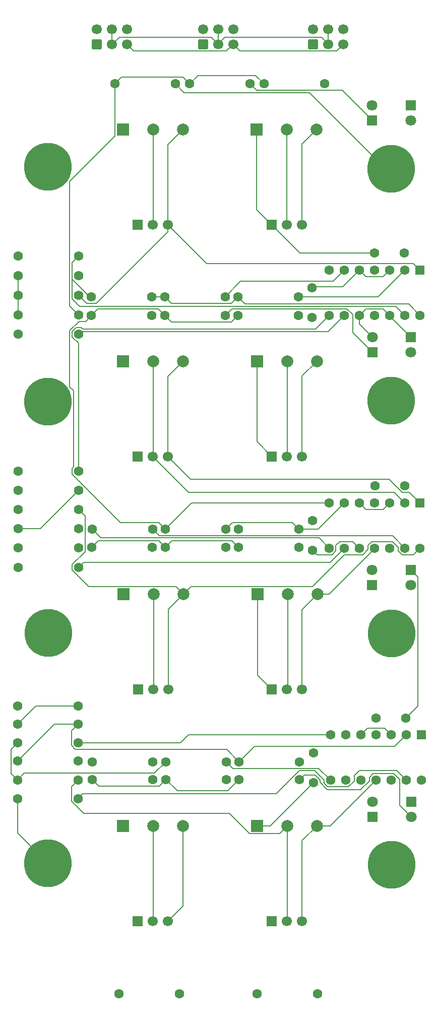
<source format=gbr>
%TF.GenerationSoftware,KiCad,Pcbnew,9.0.7*%
%TF.CreationDate,2026-02-08T19:18:27+11:00*%
%TF.ProjectId,attenuverter,61747465-6e75-4766-9572-7465722e6b69,rev?*%
%TF.SameCoordinates,Original*%
%TF.FileFunction,Copper,L1,Top*%
%TF.FilePolarity,Positive*%
%FSLAX46Y46*%
G04 Gerber Fmt 4.6, Leading zero omitted, Abs format (unit mm)*
G04 Created by KiCad (PCBNEW 9.0.7) date 2026-02-08 19:18:27*
%MOMM*%
%LPD*%
G01*
G04 APERTURE LIST*
G04 Aperture macros list*
%AMRoundRect*
0 Rectangle with rounded corners*
0 $1 Rounding radius*
0 $2 $3 $4 $5 $6 $7 $8 $9 X,Y pos of 4 corners*
0 Add a 4 corners polygon primitive as box body*
4,1,4,$2,$3,$4,$5,$6,$7,$8,$9,$2,$3,0*
0 Add four circle primitives for the rounded corners*
1,1,$1+$1,$2,$3*
1,1,$1+$1,$4,$5*
1,1,$1+$1,$6,$7*
1,1,$1+$1,$8,$9*
0 Add four rect primitives between the rounded corners*
20,1,$1+$1,$2,$3,$4,$5,0*
20,1,$1+$1,$4,$5,$6,$7,0*
20,1,$1+$1,$6,$7,$8,$9,0*
20,1,$1+$1,$8,$9,$2,$3,0*%
G04 Aperture macros list end*
%TA.AperFunction,ComponentPad*%
%ADD10C,1.600000*%
%TD*%
%TA.AperFunction,ComponentPad*%
%ADD11R,2.000000X2.000000*%
%TD*%
%TA.AperFunction,ComponentPad*%
%ADD12C,2.000000*%
%TD*%
%TA.AperFunction,ComponentPad*%
%ADD13R,1.800000X1.800000*%
%TD*%
%TA.AperFunction,ComponentPad*%
%ADD14C,1.800000*%
%TD*%
%TA.AperFunction,ComponentPad*%
%ADD15RoundRect,0.250000X-0.550000X0.550000X-0.550000X-0.550000X0.550000X-0.550000X0.550000X0.550000X0*%
%TD*%
%TA.AperFunction,ComponentPad*%
%ADD16RoundRect,0.250000X0.600000X-0.600000X0.600000X0.600000X-0.600000X0.600000X-0.600000X-0.600000X0*%
%TD*%
%TA.AperFunction,ComponentPad*%
%ADD17C,1.700000*%
%TD*%
%TA.AperFunction,ComponentPad*%
%ADD18C,8.000000*%
%TD*%
%TA.AperFunction,ComponentPad*%
%ADD19R,1.700000X1.700000*%
%TD*%
%TA.AperFunction,Conductor*%
%ADD20C,0.200000*%
%TD*%
G04 APERTURE END LIST*
D10*
%TO.P,R18,1*%
%TO.N,Net-(J13-Pin_3)*%
X32480000Y-102800000D03*
%TO.P,R18,2*%
%TO.N,Net-(U3A--)*%
X22320000Y-102800000D03*
%TD*%
D11*
%TO.P,J10,1,Pin_1*%
%TO.N,12V*%
X62428400Y-77900000D03*
D12*
%TO.P,J10,2,Pin_2*%
%TO.N,Net-(J10-Pin_2)*%
X67508400Y-77900000D03*
%TO.P,J10,3,Pin_3*%
%TO.N,-12V*%
X72508400Y-77900000D03*
%TD*%
D10*
%TO.P,R16,1*%
%TO.N,Net-(U2C--)*%
X22200000Y-135800000D03*
%TO.P,R16,2*%
%TO.N,Net-(R16-Pad2)*%
X32360000Y-135800000D03*
%TD*%
%TO.P,C6,1*%
%TO.N,-12V*%
X82400000Y-137900000D03*
%TO.P,C6,2*%
%TO.N,GND*%
X87400000Y-137900000D03*
%TD*%
%TO.P,R7,1*%
%TO.N,Net-(U1B--)*%
X22300000Y-70100000D03*
%TO.P,R7,2*%
%TO.N,Net-(R29-Pad1)*%
X32460000Y-70100000D03*
%TD*%
%TO.P,R26,1*%
%TO.N,Net-(R23-Pad2)*%
X72580000Y-184200000D03*
%TO.P,R26,2*%
%TO.N,Net-(U3B--)*%
X62420000Y-184200000D03*
%TD*%
%TO.P,R27,1*%
%TO.N,Net-(U3B--)*%
X22220000Y-148255600D03*
%TO.P,R27,2*%
%TO.N,Net-(J18-Pin_2)*%
X32380000Y-148255600D03*
%TD*%
%TO.P,R5,1*%
%TO.N,Net-(U1B--)*%
X22300000Y-63500000D03*
%TO.P,R5,2*%
%TO.N,Net-(J6-Pin_2)*%
X32460000Y-63500000D03*
%TD*%
%TO.P,R13,1*%
%TO.N,Net-(U2B--)*%
X69500000Y-106100000D03*
%TO.P,R13,2*%
%TO.N,Net-(J10-Pin_2)*%
X59340000Y-106100000D03*
%TD*%
%TO.P,R20,1*%
%TO.N,Net-(U3A--)*%
X59440000Y-145200000D03*
%TO.P,R20,2*%
%TO.N,Net-(J14-Pin_2)*%
X69600000Y-145200000D03*
%TD*%
D13*
%TO.P,D1,1,K*%
%TO.N,GND*%
X88236400Y-34899681D03*
D14*
%TO.P,D1,2,A*%
%TO.N,Net-(D1-A)*%
X88236400Y-37439681D03*
%TD*%
D10*
%TO.P,C1,1*%
%TO.N,GND*%
X87200000Y-59700000D03*
%TO.P,C1,2*%
%TO.N,12V*%
X82200000Y-59700000D03*
%TD*%
%TO.P,R19,1*%
%TO.N,Net-(R16-Pad2)*%
X22200000Y-138900000D03*
%TO.P,R19,2*%
%TO.N,Net-(U3A--)*%
X32360000Y-138900000D03*
%TD*%
D15*
%TO.P,U2,1*%
%TO.N,Net-(J9-Pin_3)*%
X89840000Y-101680000D03*
D10*
%TO.P,U2,2,-*%
%TO.N,Net-(J9-Pin_2)*%
X87300000Y-101680000D03*
%TO.P,U2,3,+*%
%TO.N,GND*%
X84760000Y-101680000D03*
%TO.P,U2,4,V+*%
%TO.N,12V*%
X82220000Y-101680000D03*
%TO.P,U2,5,+*%
%TO.N,GND*%
X79680000Y-101680000D03*
%TO.P,U2,6,-*%
%TO.N,Net-(U2B--)*%
X77140000Y-101680000D03*
%TO.P,U2,7*%
%TO.N,Net-(R14-Pad2)*%
X74600000Y-101680000D03*
%TO.P,U2,8*%
%TO.N,Net-(R16-Pad2)*%
X74600000Y-109300000D03*
%TO.P,U2,9,-*%
%TO.N,Net-(U2C--)*%
X77140000Y-109300000D03*
%TO.P,U2,10,+*%
%TO.N,GND*%
X79680000Y-109300000D03*
%TO.P,U2,11,V-*%
%TO.N,-12V*%
X82220000Y-109300000D03*
%TO.P,U2,12,+*%
%TO.N,GND*%
X84760000Y-109300000D03*
%TO.P,U2,13,-*%
%TO.N,Net-(J13-Pin_2)*%
X87300000Y-109300000D03*
%TO.P,U2,14*%
%TO.N,Net-(J13-Pin_3)*%
X89840000Y-109300000D03*
%TD*%
%TO.P,R23,1*%
%TO.N,Net-(U3D--)*%
X39240000Y-184200000D03*
%TO.P,R23,2*%
%TO.N,Net-(R23-Pad2)*%
X49400000Y-184200000D03*
%TD*%
D13*
%TO.P,D7,1,K*%
%TO.N,GND*%
X88330800Y-151894000D03*
D14*
%TO.P,D7,2,A*%
%TO.N,Net-(D7-A)*%
X88330800Y-154434000D03*
%TD*%
D13*
%TO.P,D8,1,K*%
%TO.N,Net-(D8-K)*%
X81828400Y-154439000D03*
D14*
%TO.P,D8,2,A*%
%TO.N,GND*%
X81828400Y-151899000D03*
%TD*%
D10*
%TO.P,R39,1*%
%TO.N,Net-(R28-Pad2)*%
X47140000Y-148200000D03*
%TO.P,R39,2*%
%TO.N,Net-(D8-K)*%
X57300000Y-148200000D03*
%TD*%
D16*
%TO.P,J2,1,Pin_1*%
%TO.N,12V*%
X53386000Y-24646800D03*
D17*
%TO.P,J2,2,Pin_2*%
%TO.N,-12V*%
X53386000Y-22106800D03*
%TO.P,J2,3,Pin_3*%
%TO.N,GND*%
X55926000Y-24646800D03*
%TO.P,J2,4,Pin_4*%
X55926000Y-22106800D03*
%TO.P,J2,5,Pin_5*%
%TO.N,5V*%
X58466000Y-24646800D03*
%TO.P,J2,6,Pin_6*%
%TO.N,unconnected-(J2-Pin_6-Pad6)*%
X58466000Y-22106800D03*
%TD*%
D18*
%TO.P,J19,1,Pin_1*%
%TO.N,Net-(J19-Pin_1)*%
X85079600Y-162536138D03*
%TD*%
D10*
%TO.P,R6,1*%
%TO.N,Net-(R2-Pad2)*%
X46920000Y-67100000D03*
%TO.P,R6,2*%
%TO.N,Net-(U1B--)*%
X57080000Y-67100000D03*
%TD*%
%TO.P,R22,1*%
%TO.N,Net-(J16-Pin_1)*%
X22200000Y-151386000D03*
%TO.P,R22,2*%
%TO.N,Net-(U3D--)*%
X32360000Y-151386000D03*
%TD*%
D19*
%TO.P,RV4,1,1*%
%TO.N,12V*%
X64928400Y-93900000D03*
D17*
%TO.P,RV4,2,2*%
%TO.N,Net-(J10-Pin_2)*%
X67468400Y-93900000D03*
%TO.P,RV4,3,3*%
%TO.N,-12V*%
X70008400Y-93900000D03*
%TD*%
D10*
%TO.P,C3,1*%
%TO.N,GND*%
X71800000Y-109700000D03*
%TO.P,C3,2*%
%TO.N,12V*%
X71800000Y-104700000D03*
%TD*%
D18*
%TO.P,J15,1,Pin_1*%
%TO.N,Net-(J15-Pin_1)*%
X85048109Y-123652826D03*
%TD*%
D10*
%TO.P,R32,1*%
%TO.N,Net-(D3-A)*%
X69400000Y-70200000D03*
%TO.P,R32,2*%
%TO.N,Net-(R14-Pad2)*%
X59240000Y-70200000D03*
%TD*%
D16*
%TO.P,J1,1,Pin_1*%
%TO.N,12V*%
X35560000Y-24700000D03*
D17*
%TO.P,J1,2,Pin_2*%
%TO.N,-12V*%
X35560000Y-22160000D03*
%TO.P,J1,3,Pin_3*%
%TO.N,GND*%
X38100000Y-24700000D03*
%TO.P,J1,4,Pin_4*%
X38100000Y-22160000D03*
%TO.P,J1,5,Pin_5*%
%TO.N,5V*%
X40640000Y-24700000D03*
%TO.P,J1,6,Pin_6*%
%TO.N,unconnected-(J1-Pin_6-Pad6)*%
X40640000Y-22160000D03*
%TD*%
D18*
%TO.P,J7,1,Pin_1*%
%TO.N,Net-(J7-Pin_1)*%
X85007313Y-45573630D03*
%TD*%
D10*
%TO.P,R2,1*%
%TO.N,Net-(U1D--)*%
X34640000Y-67100000D03*
%TO.P,R2,2*%
%TO.N,Net-(R2-Pad2)*%
X44800000Y-67100000D03*
%TD*%
D13*
%TO.P,D4,1,K*%
%TO.N,Net-(D4-K)*%
X81806800Y-76380800D03*
D14*
%TO.P,D4,2,A*%
%TO.N,GND*%
X81806800Y-73840800D03*
%TD*%
D18*
%TO.P,J16,1,Pin_1*%
%TO.N,Net-(J16-Pin_1)*%
X27320000Y-162282138D03*
%TD*%
D15*
%TO.P,U1,1*%
%TO.N,Net-(J5-Pin_3)*%
X89815000Y-62590000D03*
D10*
%TO.P,U1,2,-*%
%TO.N,Net-(J5-Pin_2)*%
X87275000Y-62590000D03*
%TO.P,U1,3,+*%
%TO.N,GND*%
X84735000Y-62590000D03*
%TO.P,U1,4,V+*%
%TO.N,12V*%
X82195000Y-62590000D03*
%TO.P,U1,5,+*%
%TO.N,GND*%
X79655000Y-62590000D03*
%TO.P,U1,6,-*%
%TO.N,Net-(U1B--)*%
X77115000Y-62590000D03*
%TO.P,U1,7*%
%TO.N,Net-(R29-Pad1)*%
X74575000Y-62590000D03*
%TO.P,U1,8*%
%TO.N,Net-(R10-Pad1)*%
X74575000Y-70210000D03*
%TO.P,U1,9,-*%
%TO.N,Net-(U1C--)*%
X77115000Y-70210000D03*
%TO.P,U1,10,+*%
%TO.N,GND*%
X79655000Y-70210000D03*
%TO.P,U1,11,V-*%
%TO.N,-12V*%
X82195000Y-70210000D03*
%TO.P,U1,12,+*%
%TO.N,GND*%
X84735000Y-70210000D03*
%TO.P,U1,13,-*%
%TO.N,Net-(U1D--)*%
X87275000Y-70210000D03*
%TO.P,U1,14*%
%TO.N,Net-(R2-Pad2)*%
X89815000Y-70210000D03*
%TD*%
D19*
%TO.P,RV5,1,1*%
%TO.N,unconnected-(RV5-Pad1)*%
X42478400Y-133055600D03*
D17*
%TO.P,RV5,2,2*%
%TO.N,Net-(J13-Pin_2)*%
X45018400Y-133055600D03*
%TO.P,RV5,3,3*%
%TO.N,Net-(J13-Pin_3)*%
X47558400Y-133055600D03*
%TD*%
D10*
%TO.P,R30,1*%
%TO.N,Net-(D1-A)*%
X73780000Y-31300000D03*
%TO.P,R30,2*%
%TO.N,Net-(R29-Pad1)*%
X63620000Y-31300000D03*
%TD*%
D11*
%TO.P,J18,1,Pin_1*%
%TO.N,12V*%
X62450000Y-155955600D03*
D12*
%TO.P,J18,2,Pin_2*%
%TO.N,Net-(J18-Pin_2)*%
X67530000Y-155955600D03*
%TO.P,J18,3,Pin_3*%
%TO.N,-12V*%
X72530000Y-155955600D03*
%TD*%
D10*
%TO.P,R38,1*%
%TO.N,Net-(D7-A)*%
X69600000Y-148200000D03*
%TO.P,R38,2*%
%TO.N,Net-(R28-Pad2)*%
X59440000Y-148200000D03*
%TD*%
%TO.P,R11,1*%
%TO.N,Net-(J9-Pin_3)*%
X32480000Y-106000000D03*
%TO.P,R11,2*%
%TO.N,Net-(U2B--)*%
X22320000Y-106000000D03*
%TD*%
D19*
%TO.P,RV8,1,1*%
%TO.N,12V*%
X64950000Y-171955600D03*
D17*
%TO.P,RV8,2,2*%
%TO.N,Net-(J18-Pin_2)*%
X67490000Y-171955600D03*
%TO.P,RV8,3,3*%
%TO.N,-12V*%
X70030000Y-171955600D03*
%TD*%
D16*
%TO.P,J3,1,Pin_1*%
%TO.N,12V*%
X71860000Y-24646800D03*
D17*
%TO.P,J3,2,Pin_2*%
%TO.N,-12V*%
X71860000Y-22106800D03*
%TO.P,J3,3,Pin_3*%
%TO.N,GND*%
X74400000Y-24646800D03*
%TO.P,J3,4,Pin_4*%
X74400000Y-22106800D03*
%TO.P,J3,5,Pin_5*%
%TO.N,5V*%
X76940000Y-24646800D03*
%TO.P,J3,6,Pin_6*%
%TO.N,unconnected-(J3-Pin_6-Pad6)*%
X76940000Y-22106800D03*
%TD*%
D19*
%TO.P,RV6,1,1*%
%TO.N,12V*%
X64918400Y-133055600D03*
D17*
%TO.P,RV6,2,2*%
%TO.N,Net-(J14-Pin_2)*%
X67458400Y-133055600D03*
%TO.P,RV6,3,3*%
%TO.N,-12V*%
X69998400Y-133055600D03*
%TD*%
D18*
%TO.P,J8,1,Pin_1*%
%TO.N,Net-(J8-Pin_1)*%
X27349200Y-84661200D03*
%TD*%
D10*
%TO.P,R9,1*%
%TO.N,Net-(U1C--)*%
X22300000Y-96400000D03*
%TO.P,R9,2*%
%TO.N,Net-(R10-Pad1)*%
X32460000Y-96400000D03*
%TD*%
D18*
%TO.P,J4,1,Pin_1*%
%TO.N,Net-(J4-Pin_1)*%
X27276400Y-45270648D03*
%TD*%
D11*
%TO.P,J14,1,Pin_1*%
%TO.N,12V*%
X62518400Y-117055600D03*
D12*
%TO.P,J14,2,Pin_2*%
%TO.N,Net-(J14-Pin_2)*%
X67598400Y-117055600D03*
%TO.P,J14,3,Pin_3*%
%TO.N,-12V*%
X72598400Y-117055600D03*
%TD*%
D10*
%TO.P,R33,1*%
%TO.N,Net-(R14-Pad2)*%
X46940000Y-70200000D03*
%TO.P,R33,2*%
%TO.N,Net-(D4-K)*%
X57100000Y-70200000D03*
%TD*%
D15*
%TO.P,U3,1*%
%TO.N,Net-(R21-Pad2)*%
X90015000Y-140690000D03*
D10*
%TO.P,U3,2,-*%
%TO.N,Net-(U3A--)*%
X87475000Y-140690000D03*
%TO.P,U3,3,+*%
%TO.N,GND*%
X84935000Y-140690000D03*
%TO.P,U3,4,V+*%
%TO.N,12V*%
X82395000Y-140690000D03*
%TO.P,U3,5,+*%
%TO.N,GND*%
X79855000Y-140690000D03*
%TO.P,U3,6,-*%
%TO.N,Net-(U3B--)*%
X77315000Y-140690000D03*
%TO.P,U3,7*%
%TO.N,Net-(R28-Pad2)*%
X74775000Y-140690000D03*
%TO.P,U3,8*%
%TO.N,Net-(J17-Pin_3)*%
X74775000Y-148310000D03*
%TO.P,U3,9,-*%
%TO.N,Net-(J17-Pin_2)*%
X77315000Y-148310000D03*
%TO.P,U3,10,+*%
%TO.N,GND*%
X79855000Y-148310000D03*
%TO.P,U3,11,V-*%
%TO.N,-12V*%
X82395000Y-148310000D03*
%TO.P,U3,12,+*%
%TO.N,GND*%
X84935000Y-148310000D03*
%TO.P,U3,13,-*%
%TO.N,Net-(U3D--)*%
X87475000Y-148310000D03*
%TO.P,U3,14*%
%TO.N,Net-(R23-Pad2)*%
X90015000Y-148310000D03*
%TD*%
%TO.P,R24,1*%
%TO.N,Net-(R23-Pad2)*%
X34800000Y-145200000D03*
%TO.P,R24,2*%
%TO.N,Net-(J17-Pin_2)*%
X44960000Y-145200000D03*
%TD*%
%TO.P,R31,1*%
%TO.N,Net-(J7-Pin_1)*%
X48700000Y-31300000D03*
%TO.P,R31,2*%
%TO.N,Net-(R29-Pad1)*%
X38540000Y-31300000D03*
%TD*%
D11*
%TO.P,J5,1,Pin_1*%
%TO.N,unconnected-(J5-Pin_1-Pad1)*%
X39906400Y-38965448D03*
D12*
%TO.P,J5,2,Pin_2*%
%TO.N,Net-(J5-Pin_2)*%
X44986400Y-38965448D03*
%TO.P,J5,3,Pin_3*%
%TO.N,Net-(J5-Pin_3)*%
X49986400Y-38965448D03*
%TD*%
D19*
%TO.P,RV1,1,1*%
%TO.N,unconnected-(RV1-Pad1)*%
X42366400Y-54965448D03*
D17*
%TO.P,RV1,2,2*%
%TO.N,Net-(J5-Pin_2)*%
X44906400Y-54965448D03*
%TO.P,RV1,3,3*%
%TO.N,Net-(J5-Pin_3)*%
X47446400Y-54965448D03*
%TD*%
D10*
%TO.P,R29,1*%
%TO.N,Net-(R29-Pad1)*%
X51120000Y-31300000D03*
%TO.P,R29,2*%
%TO.N,Net-(D2-K)*%
X61280000Y-31300000D03*
%TD*%
%TO.P,R10,1*%
%TO.N,Net-(R10-Pad1)*%
X22340000Y-109255600D03*
%TO.P,R10,2*%
%TO.N,Net-(J9-Pin_2)*%
X32500000Y-109255600D03*
%TD*%
%TO.P,R8,1*%
%TO.N,Net-(J8-Pin_1)*%
X22320000Y-73383600D03*
%TO.P,R8,2*%
%TO.N,Net-(U1C--)*%
X32480000Y-73383600D03*
%TD*%
%TO.P,R25,1*%
%TO.N,Net-(J17-Pin_3)*%
X57280000Y-145200000D03*
%TO.P,R25,2*%
%TO.N,Net-(U3B--)*%
X47120000Y-145200000D03*
%TD*%
%TO.P,R3,1*%
%TO.N,Net-(R2-Pad2)*%
X59240000Y-67100000D03*
%TO.P,R3,2*%
%TO.N,Net-(J5-Pin_2)*%
X69400000Y-67100000D03*
%TD*%
D19*
%TO.P,RV7,1,1*%
%TO.N,unconnected-(RV7-Pad1)*%
X42410000Y-171955600D03*
D17*
%TO.P,RV7,2,2*%
%TO.N,Net-(J17-Pin_2)*%
X44950000Y-171955600D03*
%TO.P,RV7,3,3*%
%TO.N,Net-(J17-Pin_3)*%
X47490000Y-171955600D03*
%TD*%
D10*
%TO.P,R17,1*%
%TO.N,Net-(R16-Pad2)*%
X34740000Y-106100000D03*
%TO.P,R17,2*%
%TO.N,Net-(J13-Pin_2)*%
X44900000Y-106100000D03*
%TD*%
%TO.P,R12,1*%
%TO.N,Net-(R10-Pad1)*%
X22300000Y-99600000D03*
%TO.P,R12,2*%
%TO.N,Net-(U2B--)*%
X32460000Y-99600000D03*
%TD*%
D19*
%TO.P,RV2,1,1*%
%TO.N,12V*%
X64906400Y-54965448D03*
D17*
%TO.P,RV2,2,2*%
%TO.N,Net-(J6-Pin_2)*%
X67446400Y-54965448D03*
%TO.P,RV2,3,3*%
%TO.N,-12V*%
X69986400Y-54965448D03*
%TD*%
D10*
%TO.P,C2,1*%
%TO.N,-12V*%
X71700000Y-70600000D03*
%TO.P,C2,2*%
%TO.N,GND*%
X71700000Y-65600000D03*
%TD*%
%TO.P,R21,1*%
%TO.N,Net-(U3A--)*%
X22220000Y-145100000D03*
%TO.P,R21,2*%
%TO.N,Net-(R21-Pad2)*%
X32380000Y-145100000D03*
%TD*%
%TO.P,R4,1*%
%TO.N,Net-(J5-Pin_3)*%
X32460000Y-66800000D03*
%TO.P,R4,2*%
%TO.N,Net-(U1B--)*%
X22300000Y-66800000D03*
%TD*%
%TO.P,C5,1*%
%TO.N,GND*%
X71900000Y-143700000D03*
%TO.P,C5,2*%
%TO.N,12V*%
X71900000Y-148700000D03*
%TD*%
%TO.P,R40,1*%
%TO.N,Net-(J19-Pin_1)*%
X44960000Y-148200000D03*
%TO.P,R40,2*%
%TO.N,Net-(R28-Pad2)*%
X34800000Y-148200000D03*
%TD*%
%TO.P,R34,1*%
%TO.N,Net-(J11-Pin_1)*%
X44800000Y-70200000D03*
%TO.P,R34,2*%
%TO.N,Net-(R14-Pad2)*%
X34640000Y-70200000D03*
%TD*%
%TO.P,R36,1*%
%TO.N,Net-(R21-Pad2)*%
X47040000Y-109200000D03*
%TO.P,R36,2*%
%TO.N,Net-(D6-K)*%
X57200000Y-109200000D03*
%TD*%
%TO.P,R1,1*%
%TO.N,Net-(J4-Pin_1)*%
X22320000Y-60200000D03*
%TO.P,R1,2*%
%TO.N,Net-(U1D--)*%
X32480000Y-60200000D03*
%TD*%
D18*
%TO.P,J11,1,Pin_1*%
%TO.N,Net-(J11-Pin_1)*%
X85007200Y-84559600D03*
%TD*%
D10*
%TO.P,R15,1*%
%TO.N,Net-(J12-Pin_1)*%
X22359200Y-112538000D03*
%TO.P,R15,2*%
%TO.N,Net-(U2C--)*%
X32519200Y-112538000D03*
%TD*%
%TO.P,R35,1*%
%TO.N,Net-(D5-A)*%
X69480000Y-109200000D03*
%TO.P,R35,2*%
%TO.N,Net-(R21-Pad2)*%
X59320000Y-109200000D03*
%TD*%
%TO.P,R37,1*%
%TO.N,Net-(J15-Pin_1)*%
X44880000Y-109200000D03*
%TO.P,R37,2*%
%TO.N,Net-(R21-Pad2)*%
X34720000Y-109200000D03*
%TD*%
D11*
%TO.P,J13,1,Pin_1*%
%TO.N,unconnected-(J13-Pin_1-Pad1)*%
X40018400Y-117055600D03*
D12*
%TO.P,J13,2,Pin_2*%
%TO.N,Net-(J13-Pin_2)*%
X45098400Y-117055600D03*
%TO.P,J13,3,Pin_3*%
%TO.N,Net-(J13-Pin_3)*%
X50098400Y-117055600D03*
%TD*%
D18*
%TO.P,J12,1,Pin_1*%
%TO.N,Net-(J12-Pin_1)*%
X27439200Y-123561600D03*
%TD*%
D10*
%TO.P,C4,1*%
%TO.N,-12V*%
X82300000Y-98800000D03*
%TO.P,C4,2*%
%TO.N,GND*%
X87300000Y-98800000D03*
%TD*%
D19*
%TO.P,RV3,1,1*%
%TO.N,unconnected-(RV3-Pad1)*%
X42388400Y-93900000D03*
D17*
%TO.P,RV3,2,2*%
%TO.N,Net-(J9-Pin_2)*%
X44928400Y-93900000D03*
%TO.P,RV3,3,3*%
%TO.N,Net-(J9-Pin_3)*%
X47468400Y-93900000D03*
%TD*%
D11*
%TO.P,J9,1,Pin_1*%
%TO.N,unconnected-(J9-Pin_1-Pad1)*%
X39928400Y-77900000D03*
D12*
%TO.P,J9,2,Pin_2*%
%TO.N,Net-(J9-Pin_2)*%
X45008400Y-77900000D03*
%TO.P,J9,3,Pin_3*%
%TO.N,Net-(J9-Pin_3)*%
X50008400Y-77900000D03*
%TD*%
D11*
%TO.P,J6,1,Pin_1*%
%TO.N,12V*%
X62406400Y-38965448D03*
D12*
%TO.P,J6,2,Pin_2*%
%TO.N,Net-(J6-Pin_2)*%
X67486400Y-38965448D03*
%TO.P,J6,3,Pin_3*%
%TO.N,-12V*%
X72486400Y-38965448D03*
%TD*%
D11*
%TO.P,J17,1,Pin_1*%
%TO.N,unconnected-(J17-Pin_1-Pad1)*%
X39950000Y-155955600D03*
D12*
%TO.P,J17,2,Pin_2*%
%TO.N,Net-(J17-Pin_2)*%
X45030000Y-155955600D03*
%TO.P,J17,3,Pin_3*%
%TO.N,Net-(J17-Pin_3)*%
X50030000Y-155955600D03*
%TD*%
D13*
%TO.P,D5,1,K*%
%TO.N,GND*%
X88275126Y-112995200D03*
D14*
%TO.P,D5,2,A*%
%TO.N,Net-(D5-A)*%
X88275126Y-115535200D03*
%TD*%
D10*
%TO.P,R14,1*%
%TO.N,Net-(U2B--)*%
X57200000Y-106100000D03*
%TO.P,R14,2*%
%TO.N,Net-(R14-Pad2)*%
X47040000Y-106100000D03*
%TD*%
D13*
%TO.P,D3,1,K*%
%TO.N,GND*%
X88258400Y-73840800D03*
D14*
%TO.P,D3,2,A*%
%TO.N,Net-(D3-A)*%
X88258400Y-76380800D03*
%TD*%
D10*
%TO.P,R28,1*%
%TO.N,Net-(U3B--)*%
X22200000Y-142000000D03*
%TO.P,R28,2*%
%TO.N,Net-(R28-Pad2)*%
X32360000Y-142000000D03*
%TD*%
D13*
%TO.P,D2,1,K*%
%TO.N,Net-(D2-K)*%
X81784800Y-37447448D03*
D14*
%TO.P,D2,2,A*%
%TO.N,GND*%
X81784800Y-34907448D03*
%TD*%
D13*
%TO.P,D6,1,K*%
%TO.N,Net-(D6-K)*%
X81795200Y-115535200D03*
D14*
%TO.P,D6,2,A*%
%TO.N,GND*%
X81795200Y-112995200D03*
%TD*%
D20*
%TO.N,GND*%
X84935000Y-140690000D02*
X83834000Y-139589000D01*
X83834000Y-139589000D02*
X80956000Y-139589000D01*
X80956000Y-139589000D02*
X79855000Y-140690000D01*
%TO.N,Net-(U3D--)*%
X87475000Y-148310000D02*
X85865000Y-146700000D01*
X85865000Y-146700000D02*
X79600000Y-146700000D01*
X79600000Y-146700000D02*
X78754000Y-147546000D01*
X78754000Y-147546000D02*
X78754000Y-148428050D01*
X78754000Y-148428050D02*
X77771050Y-149411000D01*
X77771050Y-149411000D02*
X74318950Y-149411000D01*
X74318950Y-149411000D02*
X73674000Y-148766050D01*
X73674000Y-148766050D02*
X73674000Y-148300000D01*
X73674000Y-148300000D02*
X72076000Y-146702000D01*
X72076000Y-146702000D02*
X69540950Y-146702000D01*
X69540950Y-146702000D02*
X65656949Y-150586001D01*
X65656949Y-150586001D02*
X33159999Y-150586001D01*
X33159999Y-150586001D02*
X32360000Y-151386000D01*
%TO.N,Net-(D7-A)*%
X74240850Y-149900000D02*
X79822050Y-149900000D01*
X79822050Y-149900000D02*
X81294000Y-148428050D01*
X81938950Y-147209000D02*
X85391050Y-147209000D01*
X81294000Y-148428050D02*
X81294000Y-147853950D01*
X81294000Y-147853950D02*
X81938950Y-147209000D01*
X85391050Y-147209000D02*
X86374000Y-148191950D01*
X86374000Y-148191950D02*
X86374000Y-152477200D01*
X86374000Y-152477200D02*
X88330800Y-154434000D01*
%TO.N,-12V*%
X72530000Y-155955600D02*
X74749400Y-155955600D01*
X74749400Y-155955600D02*
X82395000Y-148310000D01*
%TO.N,Net-(J18-Pin_2)*%
X67530000Y-155955600D02*
X66229000Y-157256600D01*
X61149000Y-157256600D02*
X57799000Y-153906600D01*
X66229000Y-157256600D02*
X61149000Y-157256600D01*
X31259000Y-151842050D02*
X31259000Y-149376600D01*
X57799000Y-153906600D02*
X33323550Y-153906600D01*
X33323550Y-153906600D02*
X31259000Y-151842050D01*
X31259000Y-149376600D02*
X32380000Y-148255600D01*
%TO.N,Net-(D7-A)*%
X73000000Y-148242950D02*
X73000000Y-148659150D01*
X74240850Y-149900000D02*
X73000000Y-148659150D01*
X69600000Y-148200000D02*
X70201000Y-147599000D01*
%TO.N,12V*%
X62450000Y-155955600D02*
X64644400Y-155955600D01*
X64644400Y-155955600D02*
X71900000Y-148700000D01*
%TO.N,-12V*%
X72530000Y-155955600D02*
X70030000Y-158455600D01*
X70030000Y-158455600D02*
X70030000Y-171955600D01*
%TO.N,Net-(J18-Pin_2)*%
X67530000Y-155955600D02*
X67530000Y-171915600D01*
X67530000Y-171915600D02*
X67490000Y-171955600D01*
%TO.N,Net-(J17-Pin_3)*%
X47490000Y-171955600D02*
X50030000Y-169415600D01*
X50030000Y-169415600D02*
X50030000Y-155955600D01*
%TO.N,Net-(J17-Pin_2)*%
X45030000Y-155955600D02*
X45030000Y-171875600D01*
X45030000Y-171875600D02*
X44950000Y-171955600D01*
%TO.N,Net-(U3A--)*%
X59440000Y-145200000D02*
X57341000Y-143101000D01*
X57341000Y-143101000D02*
X31903950Y-143101000D01*
X31903950Y-143101000D02*
X31259000Y-142456050D01*
X31259000Y-142456050D02*
X31259000Y-140001000D01*
X31259000Y-140001000D02*
X32360000Y-138900000D01*
%TO.N,Net-(U3B--)*%
X22220000Y-148255600D02*
X23376600Y-147099000D01*
X23376600Y-147099000D02*
X45221000Y-147099000D01*
X45221000Y-147099000D02*
X47120000Y-145200000D01*
%TO.N,Net-(R28-Pad2)*%
X47140000Y-148200000D02*
X49040000Y-150100000D01*
X49040000Y-150100000D02*
X57540000Y-150100000D01*
X57540000Y-150100000D02*
X59440000Y-148200000D01*
X34800000Y-148200000D02*
X35901000Y-149301000D01*
X35901000Y-149301000D02*
X46039000Y-149301000D01*
X46039000Y-149301000D02*
X47140000Y-148200000D01*
X74775000Y-140690000D02*
X50910000Y-140690000D01*
X50910000Y-140690000D02*
X49600000Y-142000000D01*
X49600000Y-142000000D02*
X32360000Y-142000000D01*
%TO.N,Net-(U3A--)*%
X59440000Y-145200000D02*
X62040000Y-142600000D01*
X62040000Y-142600000D02*
X85565000Y-142600000D01*
X85565000Y-142600000D02*
X87475000Y-140690000D01*
%TO.N,Net-(J17-Pin_3)*%
X57280000Y-145200000D02*
X58381000Y-146301000D01*
X58381000Y-146301000D02*
X72766000Y-146301000D01*
X72766000Y-146301000D02*
X74775000Y-148310000D01*
%TO.N,Net-(J16-Pin_1)*%
X22200000Y-151386000D02*
X22200000Y-157162138D01*
X22200000Y-157162138D02*
X27320000Y-162282138D01*
%TO.N,Net-(U3B--)*%
X22200000Y-142000000D02*
X21119000Y-143081000D01*
X21119000Y-143081000D02*
X21119000Y-147154600D01*
X21119000Y-147154600D02*
X22220000Y-148255600D01*
%TO.N,Net-(U3A--)*%
X32360000Y-138900000D02*
X28420000Y-138900000D01*
X28420000Y-138900000D02*
X22220000Y-145100000D01*
%TO.N,Net-(R16-Pad2)*%
X32360000Y-135800000D02*
X25300000Y-135800000D01*
X25300000Y-135800000D02*
X22200000Y-138900000D01*
%TO.N,GND*%
X87400000Y-137900000D02*
X89476126Y-135823874D01*
X89476126Y-135823874D02*
X89476126Y-114196200D01*
X89476126Y-114196200D02*
X88275126Y-112995200D01*
%TO.N,Net-(J13-Pin_2)*%
X45098400Y-117055600D02*
X45098400Y-132975600D01*
X45098400Y-132975600D02*
X45018400Y-133055600D01*
%TO.N,Net-(J13-Pin_3)*%
X50098400Y-117055600D02*
X47558400Y-119595600D01*
X47558400Y-119595600D02*
X47558400Y-133055600D01*
%TO.N,12V*%
X62518400Y-117055600D02*
X62518400Y-130655600D01*
X62518400Y-130655600D02*
X64918400Y-133055600D01*
%TO.N,Net-(J14-Pin_2)*%
X67598400Y-117055600D02*
X67598400Y-132915600D01*
X67598400Y-132915600D02*
X67458400Y-133055600D01*
%TO.N,-12V*%
X72598400Y-117055600D02*
X69998400Y-119655600D01*
X69998400Y-119655600D02*
X69998400Y-133055600D01*
%TO.N,GND*%
X79680000Y-109300000D02*
X78579000Y-108199000D01*
X78579000Y-108199000D02*
X76301000Y-108199000D01*
X76301000Y-108199000D02*
X75701000Y-108799000D01*
X75701000Y-108799000D02*
X75701000Y-109756050D01*
X75701000Y-109756050D02*
X75056050Y-110401000D01*
X75056050Y-110401000D02*
X72501000Y-110401000D01*
X72501000Y-110401000D02*
X71800000Y-109700000D01*
%TO.N,Net-(J13-Pin_3)*%
X50098400Y-117055600D02*
X51399400Y-115754600D01*
X86843950Y-110401000D02*
X88739000Y-110401000D01*
X51399400Y-115754600D02*
X71757376Y-115754600D01*
X71757376Y-115754600D02*
X77110976Y-110401000D01*
X77110976Y-110401000D02*
X80218000Y-110401000D01*
X80218000Y-110401000D02*
X81119000Y-109500000D01*
X86199000Y-109756050D02*
X86843950Y-110401000D01*
X81119000Y-109500000D02*
X81119000Y-108843950D01*
X81119000Y-108843950D02*
X81763950Y-108199000D01*
X85216050Y-108199000D02*
X86199000Y-109181950D01*
X81763950Y-108199000D02*
X85216050Y-108199000D01*
X86199000Y-109181950D02*
X86199000Y-109756050D01*
X88739000Y-110401000D02*
X89840000Y-109300000D01*
%TO.N,-12V*%
X72598400Y-117055600D02*
X74560424Y-117055600D01*
X74560424Y-117055600D02*
X82220000Y-109396024D01*
X82220000Y-109396024D02*
X82220000Y-109300000D01*
%TO.N,Net-(J13-Pin_3)*%
X32480000Y-102800000D02*
X33601000Y-103921000D01*
X33601000Y-109899150D02*
X31418200Y-112081950D01*
X48797400Y-115754600D02*
X50098400Y-117055600D01*
X33601000Y-103921000D02*
X33601000Y-109899150D01*
X31418200Y-112081950D02*
X31418200Y-112994050D01*
X34178750Y-115754600D02*
X48797400Y-115754600D01*
X31418200Y-112994050D02*
X34178750Y-115754600D01*
%TO.N,Net-(U2C--)*%
X32519200Y-112538000D02*
X33319199Y-111738001D01*
X33319199Y-111738001D02*
X74701999Y-111738001D01*
X74701999Y-111738001D02*
X77140000Y-109300000D01*
%TO.N,Net-(U2B--)*%
X22320000Y-106000000D02*
X26060000Y-106000000D01*
X26060000Y-106000000D02*
X32460000Y-99600000D01*
%TO.N,GND*%
X79680000Y-101680000D02*
X80781000Y-102781000D01*
X80781000Y-102781000D02*
X83659000Y-102781000D01*
X83659000Y-102781000D02*
X84760000Y-101680000D01*
%TO.N,Net-(J9-Pin_3)*%
X47468400Y-93900000D02*
X51267400Y-97699000D01*
X88061000Y-99901000D02*
X89840000Y-101680000D01*
X51267400Y-97699000D02*
X84641950Y-97699000D01*
X84641950Y-97699000D02*
X86843950Y-99901000D01*
X86843950Y-99901000D02*
X88061000Y-99901000D01*
%TO.N,Net-(J9-Pin_2)*%
X44928400Y-93900000D02*
X50929400Y-99901000D01*
X50929400Y-99901000D02*
X85521000Y-99901000D01*
X85521000Y-99901000D02*
X87300000Y-101680000D01*
%TO.N,Net-(R14-Pad2)*%
X34640000Y-70200000D02*
X33639000Y-71201000D01*
X33639000Y-71201000D02*
X32538450Y-71201000D01*
X32538450Y-71201000D02*
X30978000Y-72761450D01*
X30978000Y-72761450D02*
X30978000Y-82207467D01*
X30978000Y-82207467D02*
X31650200Y-82879667D01*
X31650200Y-82879667D02*
X31650200Y-95652750D01*
X45939000Y-104999000D02*
X47040000Y-106100000D01*
X31650200Y-95652750D02*
X31359000Y-95943950D01*
X31359000Y-95943950D02*
X31359000Y-96856050D01*
X31359000Y-96856050D02*
X39501950Y-104999000D01*
X39501950Y-104999000D02*
X45939000Y-104999000D01*
X74600000Y-101680000D02*
X51460000Y-101680000D01*
X51460000Y-101680000D02*
X47040000Y-106100000D01*
%TO.N,Net-(U2B--)*%
X57200000Y-106100000D02*
X58301000Y-104999000D01*
X58301000Y-104999000D02*
X68399000Y-104999000D01*
X68399000Y-104999000D02*
X69500000Y-106100000D01*
%TO.N,Net-(J13-Pin_2)*%
X44900000Y-106100000D02*
X46001000Y-107201000D01*
X46001000Y-107201000D02*
X85201000Y-107201000D01*
X85201000Y-107201000D02*
X87300000Y-109300000D01*
%TO.N,Net-(U2B--)*%
X77140000Y-101680000D02*
X72720000Y-106100000D01*
X72720000Y-106100000D02*
X69500000Y-106100000D01*
%TO.N,Net-(R16-Pad2)*%
X34740000Y-106100000D02*
X36242000Y-107602000D01*
X36242000Y-107602000D02*
X72902000Y-107602000D01*
X72902000Y-107602000D02*
X74600000Y-109300000D01*
%TO.N,Net-(R21-Pad2)*%
X47040000Y-109200000D02*
X45939000Y-108099000D01*
X45939000Y-108099000D02*
X35821000Y-108099000D01*
X35821000Y-108099000D02*
X34720000Y-109200000D01*
X59320000Y-109200000D02*
X58219000Y-108099000D01*
X58219000Y-108099000D02*
X48141000Y-108099000D01*
X48141000Y-108099000D02*
X47040000Y-109200000D01*
%TO.N,Net-(J9-Pin_2)*%
X45008400Y-77900000D02*
X45008400Y-93820000D01*
X45008400Y-93820000D02*
X44928400Y-93900000D01*
%TO.N,Net-(J9-Pin_3)*%
X50008400Y-77900000D02*
X47468400Y-80440000D01*
X47468400Y-80440000D02*
X47468400Y-93900000D01*
%TO.N,12V*%
X62428400Y-77900000D02*
X62428400Y-91400000D01*
X62428400Y-91400000D02*
X64928400Y-93900000D01*
%TO.N,Net-(J10-Pin_2)*%
X67508400Y-77900000D02*
X67508400Y-93860000D01*
X67508400Y-93860000D02*
X67468400Y-93900000D01*
%TO.N,-12V*%
X72508400Y-77900000D02*
X70008400Y-80400000D01*
X70008400Y-80400000D02*
X70008400Y-93900000D01*
%TO.N,Net-(R10-Pad1)*%
X32460000Y-96400000D02*
X32460000Y-74920650D01*
X32460000Y-74920650D02*
X31379000Y-73839650D01*
X31379000Y-73839650D02*
X31379000Y-72927550D01*
%TO.N,Net-(D4-K)*%
X81806800Y-76380800D02*
X78554000Y-73128000D01*
%TO.N,Net-(R29-Pad1)*%
X32460000Y-70100000D02*
X30958000Y-68598000D01*
X30958000Y-68598000D02*
X30958000Y-47671581D01*
X30958000Y-47671581D02*
X38540000Y-40089581D01*
X38540000Y-40089581D02*
X38540000Y-31300000D01*
%TO.N,Net-(J5-Pin_3)*%
X89815000Y-62590000D02*
X88714000Y-61489000D01*
X88714000Y-61489000D02*
X53969952Y-61489000D01*
X53969952Y-61489000D02*
X47446400Y-54965448D01*
%TO.N,12V*%
X82200000Y-59700000D02*
X69640952Y-59700000D01*
X69640952Y-59700000D02*
X64906400Y-54965448D01*
%TO.N,Net-(R14-Pad2)*%
X46940000Y-70200000D02*
X48041000Y-71301000D01*
X48041000Y-71301000D02*
X58139000Y-71301000D01*
X58139000Y-71301000D02*
X59240000Y-70200000D01*
%TO.N,Net-(R2-Pad2)*%
X46920000Y-67100000D02*
X48021000Y-68201000D01*
X58139000Y-68201000D02*
X59240000Y-67100000D01*
X44800000Y-67100000D02*
X46920000Y-67100000D01*
%TO.N,Net-(U1B--)*%
X77115000Y-62590000D02*
X75206000Y-64499000D01*
X75206000Y-64499000D02*
X59681000Y-64499000D01*
X59681000Y-64499000D02*
X57080000Y-67100000D01*
%TO.N,Net-(J5-Pin_2)*%
X87275000Y-62590000D02*
X82765000Y-67100000D01*
X82765000Y-67100000D02*
X69400000Y-67100000D01*
%TO.N,Net-(R2-Pad2)*%
X89815000Y-70210000D02*
X87902000Y-68297000D01*
X87902000Y-68297000D02*
X60437000Y-68297000D01*
X60437000Y-68297000D02*
X59240000Y-67100000D01*
%TO.N,Net-(U1D--)*%
X32480000Y-60200000D02*
X31359000Y-61321000D01*
X31359000Y-61321000D02*
X31359000Y-67441950D01*
X31359000Y-67441950D02*
X32615050Y-68698000D01*
X32615050Y-68698000D02*
X85763000Y-68698000D01*
X85763000Y-68698000D02*
X87275000Y-70210000D01*
%TO.N,Net-(R10-Pad1)*%
X74575000Y-70210000D02*
X72296600Y-72488400D01*
X72296600Y-72488400D02*
X33141850Y-72488400D01*
X33141850Y-72488400D02*
X32936050Y-72282600D01*
X32936050Y-72282600D02*
X32023950Y-72282600D01*
X32023950Y-72282600D02*
X31379000Y-72927550D01*
%TO.N,Net-(U1C--)*%
X77115000Y-70210000D02*
X74376000Y-72949000D01*
X74376000Y-72949000D02*
X32914600Y-72949000D01*
X32914600Y-72949000D02*
X32480000Y-73383600D01*
%TO.N,Net-(D4-K)*%
X57100000Y-70200000D02*
X58201000Y-69099000D01*
X58201000Y-69099000D02*
X77561050Y-69099000D01*
X77561050Y-69099000D02*
X78554000Y-70091950D01*
X78554000Y-70091950D02*
X78554000Y-73128000D01*
%TO.N,Net-(R14-Pad2)*%
X34640000Y-70200000D02*
X35741000Y-69099000D01*
X35741000Y-69099000D02*
X45839000Y-69099000D01*
X45839000Y-69099000D02*
X46940000Y-70200000D01*
%TO.N,GND*%
X79655000Y-70210000D02*
X79655000Y-71689000D01*
X79655000Y-71689000D02*
X81806800Y-73840800D01*
X84735000Y-70210000D02*
X84735000Y-70317400D01*
X84735000Y-70317400D02*
X88258400Y-73840800D01*
%TO.N,Net-(J5-Pin_3)*%
X47446400Y-54965448D02*
X47446400Y-56167529D01*
X47446400Y-56167529D02*
X35412929Y-68201000D01*
X35412929Y-68201000D02*
X33861000Y-68201000D01*
X33861000Y-68201000D02*
X32460000Y-66800000D01*
%TO.N,Net-(U1D--)*%
X31359000Y-61321000D02*
X31359000Y-64141950D01*
X31359000Y-64141950D02*
X34317050Y-67100000D01*
X34317050Y-67100000D02*
X34640000Y-67100000D01*
%TO.N,GND*%
X79655000Y-62590000D02*
X76878550Y-65366450D01*
X76878550Y-65366450D02*
X71933550Y-65366450D01*
%TO.N,Net-(U1B--)*%
X22300000Y-63500000D02*
X22300000Y-70100000D01*
%TO.N,Net-(J7-Pin_1)*%
X85007313Y-45573630D02*
X84052558Y-45573630D01*
X84052558Y-45573630D02*
X71280928Y-32802000D01*
X71280928Y-32802000D02*
X50202000Y-32802000D01*
X50202000Y-32802000D02*
X48700000Y-31300000D01*
%TO.N,Net-(D2-K)*%
X61280000Y-31300000D02*
X62381000Y-32401000D01*
X62381000Y-32401000D02*
X76801000Y-32401000D01*
X76801000Y-32401000D02*
X81784800Y-37384800D01*
X81784800Y-37384800D02*
X81784800Y-37447448D01*
%TO.N,Net-(J5-Pin_2)*%
X44986400Y-38965448D02*
X44986400Y-54885448D01*
X44986400Y-54885448D02*
X44906400Y-54965448D01*
%TO.N,Net-(J5-Pin_3)*%
X49986400Y-38965448D02*
X47446400Y-41505448D01*
X47446400Y-41505448D02*
X47446400Y-54965448D01*
%TO.N,12V*%
X62406400Y-38965448D02*
X62406400Y-52465448D01*
X62406400Y-52465448D02*
X64906400Y-54965448D01*
%TO.N,Net-(J6-Pin_2)*%
X67486400Y-38965448D02*
X67486400Y-54925448D01*
X67486400Y-54925448D02*
X67446400Y-54965448D01*
%TO.N,-12V*%
X72486400Y-38965448D02*
X69986400Y-41465448D01*
X69986400Y-41465448D02*
X69986400Y-54965448D01*
%TO.N,Net-(R29-Pad1)*%
X51120000Y-31300000D02*
X52520000Y-29900000D01*
X52520000Y-29900000D02*
X62220000Y-29900000D01*
X62220000Y-29900000D02*
X63620000Y-31300000D01*
X38540000Y-31300000D02*
X39641000Y-30199000D01*
X39641000Y-30199000D02*
X50019000Y-30199000D01*
X50019000Y-30199000D02*
X51120000Y-31300000D01*
%TO.N,GND*%
X79655000Y-70210000D02*
X80756000Y-69109000D01*
X83634000Y-69109000D02*
X84735000Y-70210000D01*
X80756000Y-69109000D02*
X83634000Y-69109000D01*
X84735000Y-62590000D02*
X83634000Y-63691000D01*
X83634000Y-63691000D02*
X80756000Y-63691000D01*
X80756000Y-63691000D02*
X79655000Y-62590000D01*
%TO.N,5V*%
X58466000Y-24646800D02*
X59617000Y-25797800D01*
X59617000Y-25797800D02*
X75789000Y-25797800D01*
X75789000Y-25797800D02*
X76940000Y-24646800D01*
X40640000Y-24700000D02*
X41737800Y-25797800D01*
X41737800Y-25797800D02*
X57315000Y-25797800D01*
X57315000Y-25797800D02*
X58466000Y-24646800D01*
%TO.N,GND*%
X55926000Y-24646800D02*
X57077000Y-23495800D01*
X57077000Y-23495800D02*
X73249000Y-23495800D01*
X73249000Y-23495800D02*
X74400000Y-24646800D01*
X38100000Y-24700000D02*
X39304200Y-23495800D01*
X39304200Y-23495800D02*
X54775000Y-23495800D01*
X54775000Y-23495800D02*
X55926000Y-24646800D01*
X74400000Y-22106800D02*
X74400000Y-24646800D01*
X55926000Y-22106800D02*
X55926000Y-24646800D01*
X38100000Y-22160000D02*
X38100000Y-24700000D01*
%TO.N,Net-(R2-Pad2)*%
X48021000Y-68201000D02*
X58139000Y-68201000D01*
%TO.N,Net-(D7-A)*%
X69600000Y-148200000D02*
X70399999Y-147400001D01*
X70399999Y-147400001D02*
X72157051Y-147400001D01*
X72157051Y-147400001D02*
X73000000Y-148242950D01*
%TD*%
M02*

</source>
